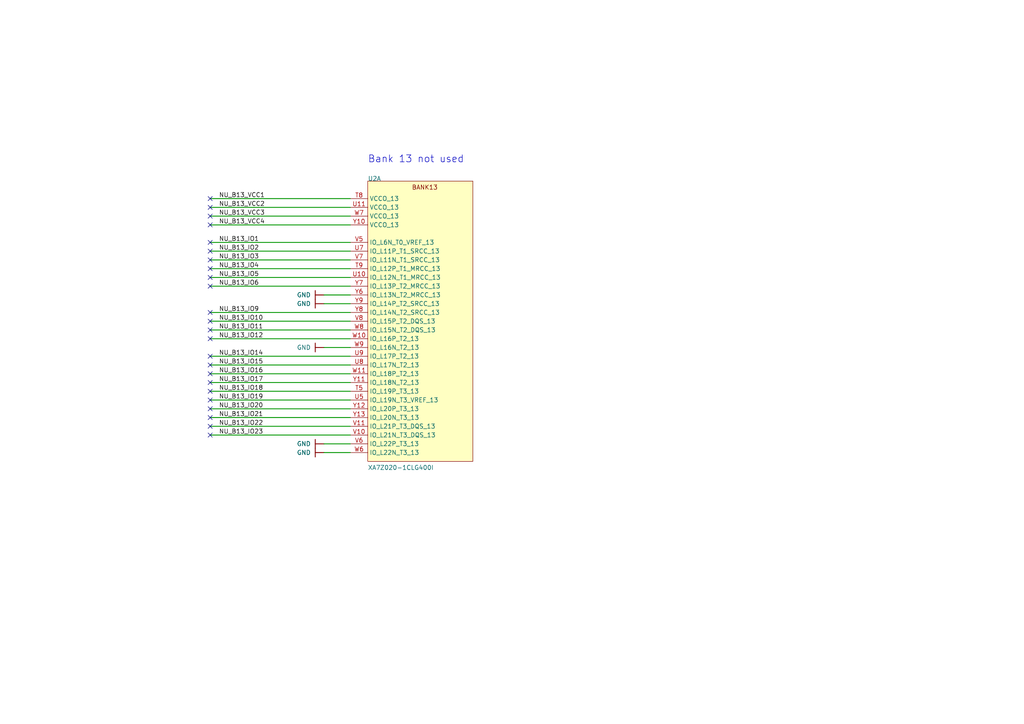
<source format=kicad_sch>
(kicad_sch (version 20230121) (generator eeschema)
  (paper "A4")
  (title_block (title "ZoM Mod A - FPGA Bank 13") (date "12/16/2014") (rev "01"))
  (lib_symbols
    (symbol "TE0719-altium-import:B13_0_XC7Z020-2CLG400C"
      (symbol "B13_0_XC7Z020-2CLG400C_1_0"
        (rectangle (start 30.48 0) (end 0 -81.28) (fill (type background)))
        (text "BANK13" (at 20.32 -2.54 0) (effects (font (size 1.27 1.27)) (justify right bottom)))
        (pin bidirectional line (at -5.08 -60.96 0) (length 5.08) (name "IO_L19P_T3_13") (number "T5"))
        (pin power_in line (at -5.08 -5.08 0) (length 5.08) (name "VCCO_13") (number "T8"))
        (pin bidirectional line (at -5.08 -25.4 0) (length 5.08) (name "IO_L12P_T1_MRCC_13") (number "T9"))
        (pin bidirectional line (at -5.08 -27.94 0) (length 5.08) (name "IO_L12N_T1_MRCC_13") (number "U10"))
        (pin power_in line (at -5.08 -7.62 0) (length 5.08) (name "VCCO_13") (number "U11"))
        (pin bidirectional line (at -5.08 -63.5 0) (length 5.08) (name "IO_L19N_T3_VREF_13") (number "U5"))
        (pin bidirectional line (at -5.08 -20.32 0) (length 5.08) (name "IO_L11P_T1_SRCC_13") (number "U7"))
        (pin bidirectional line (at -5.08 -53.34 0) (length 5.08) (name "IO_L17N_T2_13") (number "U8"))
        (pin bidirectional line (at -5.08 -50.8 0) (length 5.08) (name "IO_L17P_T2_13") (number "U9"))
        (pin bidirectional line (at -5.08 -73.66 0) (length 5.08) (name "IO_L21N_T3_DQS_13") (number "V10"))
        (pin bidirectional line (at -5.08 -71.12 0) (length 5.08) (name "IO_L21P_T3_DQS_13") (number "V11"))
        (pin bidirectional line (at -5.08 -17.78 0) (length 5.08) (name "IO_L6N_T0_VREF_13") (number "V5"))
        (pin bidirectional line (at -5.08 -76.2 0) (length 5.08) (name "IO_L22P_T3_13") (number "V6"))
        (pin bidirectional line (at -5.08 -22.86 0) (length 5.08) (name "IO_L11N_T1_SRCC_13") (number "V7"))
        (pin bidirectional line (at -5.08 -40.64 0) (length 5.08) (name "IO_L15P_T2_DQS_13") (number "V8"))
        (pin bidirectional line (at -5.08 -45.72 0) (length 5.08) (name "IO_L16P_T2_13") (number "W10"))
        (pin bidirectional line (at -5.08 -55.88 0) (length 5.08) (name "IO_L18P_T2_13") (number "W11"))
        (pin bidirectional line (at -5.08 -78.74 0) (length 5.08) (name "IO_L22N_T3_13") (number "W6"))
        (pin power_in line (at -5.08 -10.16 0) (length 5.08) (name "VCCO_13") (number "W7"))
        (pin bidirectional line (at -5.08 -43.18 0) (length 5.08) (name "IO_L15N_T2_DQS_13") (number "W8"))
        (pin bidirectional line (at -5.08 -48.26 0) (length 5.08) (name "IO_L16N_T2_13") (number "W9"))
        (pin power_in line (at -5.08 -12.7 0) (length 5.08) (name "VCCO_13") (number "Y10"))
        (pin bidirectional line (at -5.08 -58.42 0) (length 5.08) (name "IO_L18N_T2_13") (number "Y11"))
        (pin bidirectional line (at -5.08 -66.04 0) (length 5.08) (name "IO_L20P_T3_13") (number "Y12"))
        (pin bidirectional line (at -5.08 -68.58 0) (length 5.08) (name "IO_L20N_T3_13") (number "Y13"))
        (pin bidirectional line (at -5.08 -33.02 0) (length 5.08) (name "IO_L13N_T2_MRCC_13") (number "Y6"))
        (pin bidirectional line (at -5.08 -30.48 0) (length 5.08) (name "IO_L13P_T2_MRCC_13") (number "Y7"))
        (pin bidirectional line (at -5.08 -38.1 0) (length 5.08) (name "IO_L14N_T2_SRCC_13") (number "Y8"))
        (pin bidirectional line (at -5.08 -35.56 0) (length 5.08) (name "IO_L14P_T2_SRCC_13") (number "Y9"))
      )
      (symbol "B13_0_XC7Z020-2CLG400C_2_0"
        (rectangle (start 58.42 0) (end 0 -81.28) (fill (type background)))
        (text "BANK34" (at 33.02 -2.54 0) (effects (font (size 1.27 1.27)) (justify right bottom)))
        (pin bidirectional line (at 63.5 -71.12 180) (length 5.08) (name "IO_L23P_T3_34") (number "N17"))
        (pin bidirectional line (at 63.5 -20.32 180) (length 5.08) (name "IO_L13P_T2_MRCC_34") (number "N18"))
        (pin power_in line (at -5.08 -5.08 0) (length 5.08) (name "VCCO_34") (number "N19"))
        (pin bidirectional line (at 63.5 -25.4 180) (length 5.08) (name "IO_L14P_T2_SRCC_34") (number "N20"))
        (pin bidirectional line (at -5.08 -60.96 0) (length 5.08) (name "IO_L6P_T0_34") (number "P14"))
        (pin bidirectional line (at 63.5 -76.2 180) (length 5.08) (name "IO_L24P_T3_34") (number "P15"))
        (pin bidirectional line (at 63.5 -78.74 180) (length 5.08) (name "IO_L24N_T3_34") (number "P16"))
        (pin bidirectional line (at 63.5 -73.66 180) (length 5.08) (name "IO_L23N_T3_34") (number "P18"))
        (pin bidirectional line (at 63.5 -22.86 180) (length 5.08) (name "IO_L13N_T2_MRCC_34") (number "P19"))
        (pin bidirectional line (at 63.5 -27.94 180) (length 5.08) (name "IO_L14N_T2_SRCC_34") (number "P20"))
        (pin bidirectional line (at -5.08 -63.5 0) (length 5.08) (name "IO_L6N_T0_VREF_34") (number "R14"))
        (pin power_in line (at -5.08 -7.62 0) (length 5.08) (name "VCCO_34") (number "R15"))
        (pin bidirectional line (at 63.5 -50.8 180) (length 5.08) (name "IO_L19P_T3_34") (number "R16"))
        (pin bidirectional line (at 63.5 -53.34 180) (length 5.08) (name "IO_L19N_T3_VREF_34") (number "R17"))
        (pin bidirectional line (at 63.5 -58.42 180) (length 5.08) (name "IO_L20N_T3_34") (number "R18"))
        (pin bidirectional line (at -5.08 -25.4 0) (length 5.08) (name "IO_0_34") (number "R19"))
        (pin bidirectional line (at -5.08 -38.1 0) (length 5.08) (name "IO_L1N_T0_34") (number "T10"))
        (pin bidirectional line (at -5.08 -35.56 0) (length 5.08) (name "IO_L1P_T0_34") (number "T11"))
        (pin bidirectional line (at -5.08 -40.64 0) (length 5.08) (name "IO_L2P_T0_34") (number "T12"))
        (pin bidirectional line (at -5.08 -55.88 0) (length 5.08) (name "IO_L5P_T0_34") (number "T14"))
        (pin bidirectional line (at -5.08 -58.42 0) (length 5.08) (name "IO_L5N_T0_34") (number "T15"))
        (pin bidirectional line (at -5.08 -76.2 0) (length 5.08) (name "IO_L9P_T1_DQS_34") (number "T16"))
        (pin bidirectional line (at 63.5 -55.88 180) (length 5.08) (name "IO_L20P_T3_34") (number "T17"))
        (pin power_in line (at -5.08 -10.16 0) (length 5.08) (name "VCCO_34") (number "T18"))
        (pin bidirectional line (at -5.08 -30.48 0) (length 5.08) (name "IO_25_34") (number "T19"))
        (pin bidirectional line (at 63.5 -30.48 180) (length 5.08) (name "IO_L15P_T2_DQS_34") (number "T20"))
        (pin bidirectional line (at -5.08 -43.18 0) (length 5.08) (name "IO_L2N_T0_34") (number "U12"))
        (pin bidirectional line (at -5.08 -45.72 0) (length 5.08) (name "IO_L3P_T0_DQS_PUDC_B_34") (number "U13"))
        (pin bidirectional line (at 63.5 -10.16 180) (length 5.08) (name "IO_L11P_T1_SRCC_34") (number "U14"))
        (pin bidirectional line (at 63.5 -12.7 180) (length 5.08) (name "IO_L11N_T1_SRCC_34") (number "U15"))
        (pin bidirectional line (at -5.08 -78.74 0) (length 5.08) (name "IO_L9N_T1_DQS_34") (number "U17"))
        (pin bidirectional line (at 63.5 -15.24 180) (length 5.08) (name "IO_L12P_T1_MRCC_34") (number "U18"))
        (pin bidirectional line (at 63.5 -17.78 180) (length 5.08) (name "IO_L12N_T1_MRCC_34") (number "U19"))
        (pin bidirectional line (at 63.5 -33.02 180) (length 5.08) (name "IO_L15N_T2_DQS_34") (number "U20"))
        (pin bidirectional line (at -5.08 -50.8 0) (length 5.08) (name "IO_L4P_T0_34") (number "V12"))
        (pin bidirectional line (at -5.08 -48.26 0) (length 5.08) (name "IO_L3N_T0_DQS_34") (number "V13"))
        (pin power_in line (at -5.08 -12.7 0) (length 5.08) (name "VCCO_34") (number "V14"))
        (pin bidirectional line (at 63.5 -5.08 180) (length 5.08) (name "IO_L10P_T1_34") (number "V15"))
        (pin bidirectional line (at 63.5 -45.72 180) (length 5.08) (name "IO_L18P_T2_34") (number "V16"))
        (pin bidirectional line (at 63.5 -60.96 180) (length 5.08) (name "IO_L21P_T3_DQS_34") (number "V17"))
        (pin bidirectional line (at 63.5 -63.5 180) (length 5.08) (name "IO_L21N_T3_DQS_34") (number "V18"))
        (pin bidirectional line (at 63.5 -35.56 180) (length 5.08) (name "IO_L16P_T2_34") (number "V20"))
        (pin bidirectional line (at -5.08 -53.34 0) (length 5.08) (name "IO_L4N_T0_34") (number "W13"))
        (pin bidirectional line (at -5.08 -71.12 0) (length 5.08) (name "IO_L8P_T1_34") (number "W14"))
        (pin bidirectional line (at 63.5 -7.62 180) (length 5.08) (name "IO_L10N_T1_34") (number "W15"))
        (pin bidirectional line (at 63.5 -48.26 180) (length 5.08) (name "IO_L18N_T2_34") (number "W16"))
        (pin power_in line (at -5.08 -15.24 0) (length 5.08) (name "VCCO_34") (number "W17"))
        (pin bidirectional line (at 63.5 -66.04 180) (length 5.08) (name "IO_L22P_T3_34") (number "W18"))
        (pin bidirectional line (at 63.5 -68.58 180) (length 5.08) (name "IO_L22N_T3_34") (number "W19"))
        (pin bidirectional line (at 63.5 -38.1 180) (length 5.08) (name "IO_L16N_T2_34") (number "W20"))
        (pin bidirectional line (at -5.08 -73.66 0) (length 5.08) (name "IO_L8N_T1_34") (number "Y14"))
        (pin bidirectional line (at -5.08 -66.04 0) (length 5.08) (name "IO_L7P_T1_34") (number "Y16"))
        (pin bidirectional line (at -5.08 -68.58 0) (length 5.08) (name "IO_L7N_T1_34") (number "Y17"))
        (pin bidirectional line (at 63.5 -40.64 180) (length 5.08) (name "IO_L17P_T2_34") (number "Y18"))
        (pin bidirectional line (at 63.5 -43.18 180) (length 5.08) (name "IO_L17N_T2_34") (number "Y19"))
        (pin power_in line (at -5.08 -17.78 0) (length 5.08) (name "VCCO_34") (number "Y20"))
      )
      (symbol "B13_0_XC7Z020-2CLG400C_3_0"
        (rectangle (start 58.42 0) (end 0 -81.28) (fill (type background)))
        (text "BANK35" (at 33.02 -2.54 0) (effects (font (size 1.27 1.27)) (justify right bottom)))
        (pin bidirectional line (at -5.08 -43.18 0) (length 5.08) (name "IO_L2N_T0_AD8N_35") (number "A20"))
        (pin bidirectional line (at -5.08 -40.64 0) (length 5.08) (name "IO_L2P_T0_AD8P_35") (number "B19"))
        (pin bidirectional line (at -5.08 -38.1 0) (length 5.08) (name "IO_L1N_T0_AD0N_35") (number "B20"))
        (pin power_in line (at -5.08 -5.08 0) (length 5.08) (name "VCCO_35") (number "C19"))
        (pin bidirectional line (at -5.08 -35.56 0) (length 5.08) (name "IO_L1P_T0_AD0P_35") (number "C20"))
        (pin bidirectional line (at -5.08 -48.26 0) (length 5.08) (name "IO_L3N_T0_DQS_AD1N_35") (number "D18"))
        (pin bidirectional line (at -5.08 -50.8 0) (length 5.08) (name "IO_L4P_T0_35") (number "D19"))
        (pin bidirectional line (at -5.08 -53.34 0) (length 5.08) (name "IO_L4N_T0_35") (number "D20"))
        (pin bidirectional line (at -5.08 -45.72 0) (length 5.08) (name "IO_L3P_T0_DQS_AD1P_35") (number "E17"))
        (pin bidirectional line (at -5.08 -55.88 0) (length 5.08) (name "IO_L5P_T0_AD9P_35") (number "E18"))
        (pin bidirectional line (at -5.08 -58.42 0) (length 5.08) (name "IO_L5N_T0_AD9N_35") (number "E19"))
        (pin bidirectional line (at -5.08 -60.96 0) (length 5.08) (name "IO_L6P_T0_35") (number "F16"))
        (pin bidirectional line (at -5.08 -63.5 0) (length 5.08) (name "IO_L6N_T0_VREF_35") (number "F17"))
        (pin power_in line (at -5.08 -7.62 0) (length 5.08) (name "VCCO_35") (number "F18"))
        (pin bidirectional line (at 63.5 -30.48 180) (length 5.08) (name "IO_L15P_T2_DQS_AD12P_35") (number "F19"))
        (pin bidirectional line (at 63.5 -33.02 180) (length 5.08) (name "IO_L15N_T2_DQS_AD12N_35") (number "F20"))
        (pin bidirectional line (at -5.08 -25.4 0) (length 5.08) (name "IO_0_35") (number "G14"))
        (pin bidirectional line (at 63.5 -53.34 180) (length 5.08) (name "IO_L19N_T3_VREF_35") (number "G15"))
        (pin bidirectional line (at 63.5 -35.56 180) (length 5.08) (name "IO_L16P_T2_35") (number "G17"))
        (pin bidirectional line (at 63.5 -38.1 180) (length 5.08) (name "IO_L16N_T2_35") (number "G18"))
        (pin bidirectional line (at 63.5 -45.72 180) (length 5.08) (name "IO_L18P_T2_AD13P_35") (number "G19"))
        (pin bidirectional line (at 63.5 -48.26 180) (length 5.08) (name "IO_L18N_T2_AD13N_35") (number "G20"))
        (pin power_in line (at -5.08 -10.16 0) (length 5.08) (name "VCCO_35") (number "H14"))
        (pin bidirectional line (at 63.5 -50.8 180) (length 5.08) (name "IO_L19P_T3_35") (number "H15"))
        (pin bidirectional line (at 63.5 -20.32 180) (length 5.08) (name "IO_L13P_T2_MRCC_35") (number "H16"))
        (pin bidirectional line (at 63.5 -22.86 180) (length 5.08) (name "IO_L13N_T2_MRCC_35") (number "H17"))
        (pin bidirectional line (at 63.5 -27.94 180) (length 5.08) (name "IO_L14N_T2_AD4N_SRCC_35") (number "H18"))
        (pin bidirectional line (at 63.5 -43.18 180) (length 5.08) (name "IO_L17N_T2_AD5N_35") (number "H20"))
        (pin bidirectional line (at 63.5 -58.42 180) (length 5.08) (name "IO_L20N_T3_AD6N_35") (number "J14"))
        (pin bidirectional line (at -5.08 -30.48 0) (length 5.08) (name "IO_25_35") (number "J15"))
        (pin bidirectional line (at 63.5 -78.74 180) (length 5.08) (name "IO_L24N_T3_AD15N_35") (number "J16"))
        (pin power_in line (at -5.08 -12.7 0) (length 5.08) (name "VCCO_35") (number "J17"))
        (pin bidirectional line (at 63.5 -25.4 180) (length 5.08) (name "IO_L14P_T2_AD4P_SRCC_35") (number "J18"))
        (pin bidirectional line (at 63.5 -7.62 180) (length 5.08) (name "IO_L10N_T1_AD11N_35") (number "J19"))
        (pin bidirectional line (at 63.5 -40.64 180) (length 5.08) (name "IO_L17P_T2_AD5P_35") (number "J20"))
        (pin bidirectional line (at 63.5 -55.88 180) (length 5.08) (name "IO_L20P_T3_AD6P_35") (number "K14"))
        (pin bidirectional line (at 63.5 -76.2 180) (length 5.08) (name "IO_L24P_T3_AD15P_35") (number "K16"))
        (pin bidirectional line (at 63.5 -15.24 180) (length 5.08) (name "IO_L12P_T1_MRCC_35") (number "K17"))
        (pin bidirectional line (at 63.5 -17.78 180) (length 5.08) (name "IO_L12N_T1_MRCC_35") (number "K18"))
        (pin bidirectional line (at 63.5 -5.08 180) (length 5.08) (name "IO_L10P_T1_AD11P_35") (number "K19"))
        (pin power_in line (at -5.08 -15.24 0) (length 5.08) (name "VCCO_35") (number "K20"))
        (pin bidirectional line (at 63.5 -66.04 180) (length 5.08) (name "IO_L22P_T3_AD7P_35") (number "L14"))
        (pin bidirectional line (at 63.5 -68.58 180) (length 5.08) (name "IO_L22N_T3_AD7N_35") (number "L15"))
        (pin bidirectional line (at 63.5 -10.16 180) (length 5.08) (name "IO_L11P_T1_SRCC_35") (number "L16"))
        (pin bidirectional line (at 63.5 -12.7 180) (length 5.08) (name "IO_L11N_T1_SRCC_35") (number "L17"))
        (pin bidirectional line (at -5.08 -76.2 0) (length 5.08) (name "IO_L9P_T1_DQS_AD3P_35") (number "L19"))
        (pin bidirectional line (at -5.08 -78.74 0) (length 5.08) (name "IO_L9N_T1_DQS_AD3N_35") (number "L20"))
        (pin bidirectional line (at 63.5 -71.12 180) (length 5.08) (name "IO_L23P_T3_35") (number "M14"))
        (pin bidirectional line (at 63.5 -73.66 180) (length 5.08) (name "IO_L23N_T3_35") (number "M15"))
        (pin power_in line (at -5.08 -17.78 0) (length 5.08) (name "VCCO_35") (number "M16"))
        (pin bidirectional line (at -5.08 -71.12 0) (length 5.08) (name "IO_L8P_T1_AD10P_35") (number "M17"))
        (pin bidirectional line (at -5.08 -73.66 0) (length 5.08) (name "IO_L8N_T1_AD10N_35") (number "M18"))
        (pin bidirectional line (at -5.08 -66.04 0) (length 5.08) (name "IO_L7P_T1_AD2P_35") (number "M19"))
        (pin bidirectional line (at -5.08 -68.58 0) (length 5.08) (name "IO_L7N_T1_AD2N_35") (number "M20"))
        (pin bidirectional line (at 63.5 -60.96 180) (length 5.08) (name "IO_L21P_T3_DQS_AD14P_35") (number "N15"))
        (pin bidirectional line (at 63.5 -63.5 180) (length 5.08) (name "IO_L21N_T3_DQS_AD14N_35") (number "N16"))
      )
      (symbol "B13_0_XC7Z020-2CLG400C_4_0"
        (rectangle (start 45.72 0) (end 0 -35.56) (fill (type background)))
        (text "BANK500" (at 27.94 -2.54 0) (effects (font (size 1.27 1.27)) (justify right bottom)))
        (pin bidirectional line (at 50.8 -10.16 180) (length 5.08) (name "PS_MIO6_500") (number "A5"))
        (pin bidirectional line (at 50.8 -7.62 180) (length 5.08) (name "PS_MIO5_500") (number "A6"))
        (pin bidirectional line (at -5.08 -27.94 0) (length 5.08) (name "PS_MIO1_500") (number "A7"))
        (pin bidirectional line (at 50.8 -17.78 180) (length 5.08) (name "PS_MIO9_500") (number "B5"))
        (pin power_in line (at -5.08 -5.08 0) (length 5.08) (name "VCCO_MIO0_500") (number "B6"))
        (pin bidirectional line (at 50.8 -5.08 180) (length 5.08) (name "PS_MIO4_500") (number "B7"))
        (pin bidirectional line (at -5.08 -30.48 0) (length 5.08) (name "PS_MIO2_500") (number "B8"))
        (pin bidirectional line (at 50.8 -30.48 180) (length 5.08) (name "PS_MIO14_500") (number "C5"))
        (pin bidirectional line (at 50.8 -22.86 180) (length 5.08) (name "PS_MIO11_500") (number "C6"))
        (pin input line (at -5.08 -17.78 0) (length 5.08) (name "PS_POR_B_500") (number "C7"))
        (pin bidirectional line (at 50.8 -33.02 180) (length 5.08) (name "PS_MIO15_500") (number "C8"))
        (pin bidirectional line (at 50.8 -15.24 180) (length 5.08) (name "PS_MIO8_500") (number "D5"))
        (pin bidirectional line (at -5.08 -33.02 0) (length 5.08) (name "PS_MIO3_500") (number "D6"))
        (pin power_in line (at -5.08 -7.62 0) (length 5.08) (name "VCCO_MIO0_500") (number "D7"))
        (pin bidirectional line (at 50.8 -12.7 180) (length 5.08) (name "PS_MIO7_500") (number "D8"))
        (pin bidirectional line (at 50.8 -25.4 180) (length 5.08) (name "PS_MIO12_500") (number "D9"))
        (pin bidirectional line (at -5.08 -25.4 0) (length 5.08) (name "PS_MIO0_500") (number "E6"))
        (pin input line (at -5.08 -12.7 0) (length 5.08) (name "PS_CLK_500") (number "E7"))
        (pin bidirectional line (at 50.8 -27.94 180) (length 5.08) (name "PS_MIO13_500") (number "E8"))
        (pin bidirectional line (at 50.8 -20.32 180) (length 5.08) (name "PS_MIO10_500") (number "E9"))
      )
      (symbol "B13_0_XC7Z020-2CLG400C_5_0"
        (rectangle (start 50.8 0) (end 0 -66.04) (fill (type background)))
        (text "BANK501" (at 30.48 -2.54 0) (effects (font (size 1.27 1.27)) (justify right bottom)))
        (pin bidirectional line (at 55.88 -22.86 180) (length 5.08) (name "PS_MIO37_501") (number "A10"))
        (pin bidirectional line (at 55.88 -20.32 180) (length 5.08) (name "PS_MIO36_501") (number "A11"))
        (pin bidirectional line (at 55.88 -15.24 180) (length 5.08) (name "PS_MIO34_501") (number "A12"))
        (pin power_in line (at -5.08 -5.08 0) (length 5.08) (name "VCCO_MIO1_501") (number "A13"))
        (pin bidirectional line (at 55.88 -10.16 180) (length 5.08) (name "PS_MIO32_501") (number "A14"))
        (pin bidirectional line (at -5.08 -55.88 0) (length 5.08) (name "PS_MIO26_501") (number "A15"))
        (pin bidirectional line (at -5.08 -50.8 0) (length 5.08) (name "PS_MIO24_501") (number "A16"))
        (pin bidirectional line (at -5.08 -40.64 0) (length 5.08) (name "PS_MIO20_501") (number "A17"))
        (pin bidirectional line (at -5.08 -30.48 0) (length 5.08) (name "PS_MIO16_501") (number "A19"))
        (pin bidirectional line (at 55.88 -38.1 180) (length 5.08) (name "PS_MIO43_501") (number "A9"))
        (pin passive line (at -5.08 -22.86 0) (length 5.08) (name "PS_SRST_B_501") (number "B10"))
        (pin bidirectional line (at 55.88 -50.8 180) (length 5.08) (name "PS_MIO48_501") (number "B12"))
        (pin bidirectional line (at 55.88 -55.88 180) (length 5.08) (name "PS_MIO50_501") (number "B13"))
        (pin bidirectional line (at 55.88 -48.26 180) (length 5.08) (name "PS_MIO47_501") (number "B14"))
        (pin bidirectional line (at 55.88 -43.18 180) (length 5.08) (name "PS_MIO45_501") (number "B15"))
        (pin power_in line (at -5.08 -7.62 0) (length 5.08) (name "VCCO_MIO1_501") (number "B16"))
        (pin bidirectional line (at -5.08 -45.72 0) (length 5.08) (name "PS_MIO22_501") (number "B17"))
        (pin bidirectional line (at -5.08 -35.56 0) (length 5.08) (name "PS_MIO18_501") (number "B18"))
        (pin bidirectional line (at 55.88 -58.42 180) (length 5.08) (name "PS_MIO51_501") (number "B9"))
        (pin bidirectional line (at 55.88 -60.96 180) (length 5.08) (name "PS_MIO52_501") (number "C10"))
        (pin bidirectional line (at 55.88 -63.5 180) (length 5.08) (name "PS_MIO53_501") (number "C11"))
        (pin bidirectional line (at 55.88 -53.34 180) (length 5.08) (name "PS_MIO49_501") (number "C12"))
        (pin bidirectional line (at -5.08 -63.5 0) (length 5.08) (name "PS_MIO29_501") (number "C13"))
        (pin bidirectional line (at 55.88 -5.08 180) (length 5.08) (name "PS_MIO30_501") (number "C15"))
        (pin bidirectional line (at -5.08 -60.96 0) (length 5.08) (name "PS_MIO28_501") (number "C16"))
        (pin bidirectional line (at 55.88 -33.02 180) (length 5.08) (name "PS_MIO41_501") (number "C17"))
        (pin bidirectional line (at 55.88 -27.94 180) (length 5.08) (name "PS_MIO39_501") (number "C18"))
        (pin bidirectional line (at -5.08 -38.1 0) (length 5.08) (name "PS_MIO19_501") (number "D10"))
        (pin bidirectional line (at -5.08 -48.26 0) (length 5.08) (name "PS_MIO23_501") (number "D11"))
        (pin power_in line (at -5.08 -10.16 0) (length 5.08) (name "VCCO_MIO1_501") (number "D12"))
        (pin bidirectional line (at -5.08 -58.42 0) (length 5.08) (name "PS_MIO27_501") (number "D13"))
        (pin bidirectional line (at 55.88 -30.48 180) (length 5.08) (name "PS_MIO40_501") (number "D14"))
        (pin bidirectional line (at 55.88 -12.7 180) (length 5.08) (name "PS_MIO33_501") (number "D15"))
        (pin bidirectional line (at 55.88 -45.72 180) (length 5.08) (name "PS_MIO46_501") (number "D16"))
        (pin bidirectional line (at -5.08 -17.78 0) (length 5.08) (name "PS_MIO_VREF_501") (number "E11"))
        (pin bidirectional line (at 55.88 -35.56 180) (length 5.08) (name "PS_MIO42_501") (number "E12"))
        (pin bidirectional line (at 55.88 -25.4 180) (length 5.08) (name "PS_MIO38_501") (number "E13"))
        (pin bidirectional line (at -5.08 -33.02 0) (length 5.08) (name "PS_MIO17_501") (number "E14"))
        (pin power_in line (at -5.08 -12.7 0) (length 5.08) (name "VCCO_MIO1_501") (number "E15"))
        (pin bidirectional line (at 55.88 -7.62 180) (length 5.08) (name "PS_MIO31_501") (number "E16"))
        (pin bidirectional line (at 55.88 -17.78 180) (length 5.08) (name "PS_MIO35_501") (number "F12"))
        (pin bidirectional line (at 55.88 -40.64 180) (length 5.08) (name "PS_MIO44_501") (number "F13"))
        (pin bidirectional line (at -5.08 -43.18 0) (length 5.08) (name "PS_MIO21_501") (number "F14"))
        (pin bidirectional line (at -5.08 -53.34 0) (length 5.08) (name "PS_MIO25_501") (number "F15"))
      )
      (symbol "B13_0_XC7Z020-2CLG400C_6_0"
        (rectangle (start 50.8 0) (end 0 -149.86) (fill (type background)))
        (text "BANK502" (at 33.02 -2.54 0) (effects (font (size 1.27 1.27)) (justify right bottom)))
        (pin output line (at 55.88 -55.88 180) (length 5.08) (name "PS_DDR_DM0_502") (number "A1"))
        (pin bidirectional line (at -5.08 -43.18 0) (length 5.08) (name "PS_DDR_DQ2_502") (number "A2"))
        (pin power_in line (at -5.08 -2.54 0) (length 5.08) (name "VCCO_DDR_502") (number "A3"))
        (pin bidirectional line (at -5.08 -45.72 0) (length 5.08) (name "PS_DDR_DQ3_502") (number "A4"))
        (pin bidirectional line (at -5.08 -124.46 0) (length 5.08) (name "PS_DDR_DQS_N0_502") (number "B2"))
        (pin bidirectional line (at -5.08 -40.64 0) (length 5.08) (name "PS_DDR_DQ1_502") (number "B3"))
        (pin output line (at 55.88 -116.84 180) (length 5.08) (name "PS_DDR_DRST_B_502") (number "B4"))
        (pin bidirectional line (at -5.08 -53.34 0) (length 5.08) (name "PS_DDR_DQ6_502") (number "C1"))
        (pin bidirectional line (at -5.08 -121.92 0) (length 5.08) (name "PS_DDR_DQS_P0_502") (number "C2"))
        (pin bidirectional line (at -5.08 -38.1 0) (length 5.08) (name "PS_DDR_DQ0_502") (number "C3"))
        (pin bidirectional line (at -5.08 -50.8 0) (length 5.08) (name "PS_DDR_DQ5_502") (number "D1"))
        (pin power_in line (at -5.08 -5.08 0) (length 5.08) (name "VCCO_DDR_502") (number "D2"))
        (pin bidirectional line (at -5.08 -48.26 0) (length 5.08) (name "PS_DDR_DQ4_502") (number "D3"))
        (pin output line (at 55.88 -38.1 180) (length 5.08) (name "PS_DDR_A13_502") (number "D4"))
        (pin bidirectional line (at -5.08 -55.88 0) (length 5.08) (name "PS_DDR_DQ7_502") (number "E1"))
        (pin bidirectional line (at -5.08 -58.42 0) (length 5.08) (name "PS_DDR_DQ8_502") (number "E2"))
        (pin bidirectional line (at -5.08 -60.96 0) (length 5.08) (name "PS_DDR_DQ9_502") (number "E3"))
        (pin output line (at 55.88 -35.56 180) (length 5.08) (name "PS_DDR_A12_502") (number "E4"))
        (pin power_in line (at -5.08 -7.62 0) (length 5.08) (name "VCCO_DDR_502") (number "E5"))
        (pin output line (at 55.88 -58.42 180) (length 5.08) (name "PS_DDR_DM1_502") (number "F1"))
        (pin bidirectional line (at -5.08 -132.08 0) (length 5.08) (name "PS_DDR_DQS_N1_502") (number "F2"))
        (pin output line (at 55.88 -40.64 180) (length 5.08) (name "PS_DDR_A14_502") (number "F4"))
        (pin output line (at 55.88 -30.48 180) (length 5.08) (name "PS_DDR_A10_502") (number "F5"))
        (pin power_in line (at -5.08 -10.16 0) (length 5.08) (name "VCCO_DDR_502") (number "G1"))
        (pin bidirectional line (at -5.08 -129.54 0) (length 5.08) (name "PS_DDR_DQS_P1_502") (number "G2"))
        (pin bidirectional line (at -5.08 -63.5 0) (length 5.08) (name "PS_DDR_DQ10_502") (number "G3"))
        (pin output line (at 55.88 -33.02 180) (length 5.08) (name "PS_DDR_A11_502") (number "G4"))
        (pin output line (at 55.88 -78.74 180) (length 5.08) (name "PS_DDR_VRN_502") (number "G5"))
        (pin bidirectional line (at -5.08 -73.66 0) (length 5.08) (name "PS_DDR_DQ14_502") (number "H1"))
        (pin bidirectional line (at -5.08 -71.12 0) (length 5.08) (name "PS_DDR_DQ13_502") (number "H2"))
        (pin bidirectional line (at -5.08 -66.04 0) (length 5.08) (name "PS_DDR_DQ11_502") (number "H3"))
        (pin power_in line (at -5.08 -12.7 0) (length 5.08) (name "VCCO_DDR_502") (number "H4"))
        (pin output line (at 55.88 -76.2 180) (length 5.08) (name "PS_DDR_VRP_502") (number "H5"))
        (pin power_in line (at -5.08 -30.48 0) (length 5.08) (name "PS_DDR_VREF0_502") (number "H6"))
        (pin bidirectional line (at -5.08 -76.2 0) (length 5.08) (name "PS_DDR_DQ15_502") (number "J1"))
        (pin bidirectional line (at -5.08 -68.58 0) (length 5.08) (name "PS_DDR_DQ12_502") (number "J3"))
        (pin output line (at 55.88 -27.94 180) (length 5.08) (name "PS_DDR_A9_502") (number "J4"))
        (pin output line (at 55.88 -50.8 180) (length 5.08) (name "PS_DDR_BA2_502") (number "J5"))
        (pin output line (at 55.88 -25.4 180) (length 5.08) (name "PS_DDR_A8_502") (number "K1"))
        (pin output line (at 55.88 -7.62 180) (length 5.08) (name "PS_DDR_A1_502") (number "K2"))
        (pin output line (at 55.88 -12.7 180) (length 5.08) (name "PS_DDR_A3_502") (number "K3"))
        (pin output line (at 55.88 -22.86 180) (length 5.08) (name "PS_DDR_A7_502") (number "K4"))
        (pin output line (at 55.88 -17.78 180) (length 5.08) (name "PS_DDR_A5_502") (number "L1"))
        (pin output line (at 55.88 -68.58 180) (length 5.08) (name "PS_DDR_CKP_502") (number "L2"))
        (pin power_in line (at -5.08 -15.24 0) (length 5.08) (name "VCCO_DDR_502") (number "L3"))
        (pin output line (at 55.88 -20.32 180) (length 5.08) (name "PS_DDR_A6_502") (number "L4"))
        (pin output line (at 55.88 -45.72 180) (length 5.08) (name "PS_DDR_BA0_502") (number "L5"))
        (pin output line (at 55.88 -71.12 180) (length 5.08) (name "PS_DDR_CKN_502") (number "M2"))
        (pin output line (at 55.88 -10.16 180) (length 5.08) (name "PS_DDR_A2_502") (number "M3"))
        (pin output line (at 55.88 -15.24 180) (length 5.08) (name "PS_DDR_A4_502") (number "M4"))
        (pin output line (at 55.88 -101.6 180) (length 5.08) (name "PS_DDR_WE_B_502") (number "M5"))
        (pin output line (at 55.88 -91.44 180) (length 5.08) (name "PS_DDR_CS_B_502") (number "N1"))
        (pin output line (at 55.88 -5.08 180) (length 5.08) (name "PS_DDR_A0_502") (number "N2"))
        (pin output line (at 55.88 -96.52 180) (length 5.08) (name "PS_DDR_CKE_502") (number "N3"))
        (pin output line (at 55.88 -86.36 180) (length 5.08) (name "PS_DDR_ODT_502") (number "N5"))
        (pin bidirectional line (at -5.08 -78.74 0) (length 5.08) (name "PS_DDR_DQ16_502") (number "P1"))
        (pin power_in line (at -5.08 -17.78 0) (length 5.08) (name "VCCO_DDR_502") (number "P2"))
        (pin bidirectional line (at -5.08 -81.28 0) (length 5.08) (name "PS_DDR_DQ17_502") (number "P3"))
        (pin output line (at 55.88 -111.76 180) (length 5.08) (name "PS_DDR_RAS_B_502") (number "P4"))
        (pin output line (at 55.88 -106.68 180) (length 5.08) (name "PS_DDR_CAS_B_502") (number "P5"))
        (pin power_in line (at -5.08 -33.02 0) (length 5.08) (name "PS_DDR_VREF1_502") (number "P6"))
        (pin bidirectional line (at -5.08 -86.36 0) (length 5.08) (name "PS_DDR_DQ19_502") (number "R1"))
        (pin bidirectional line (at -5.08 -137.16 0) (length 5.08) (name "PS_DDR_DQS_P2_502") (number "R2"))
        (pin bidirectional line (at -5.08 -83.82 0) (length 5.08) (name "PS_DDR_DQ18_502") (number "R3"))
        (pin output line (at 55.88 -48.26 180) (length 5.08) (name "PS_DDR_BA1_502") (number "R4"))
        (pin power_in line (at -5.08 -20.32 0) (length 5.08) (name "VCCO_DDR_502") (number "R5"))
        (pin output line (at 55.88 -60.96 180) (length 5.08) (name "PS_DDR_DM2_502") (number "T1"))
        (pin bidirectional line (at -5.08 -139.7 0) (length 5.08) (name "PS_DDR_DQS_N2_502") (number "T2"))
        (pin bidirectional line (at -5.08 -88.9 0) (length 5.08) (name "PS_DDR_DQ20_502") (number "T4"))
        (pin power_in line (at -5.08 -22.86 0) (length 5.08) (name "VCCO_DDR_502") (number "U1"))
        (pin bidirectional line (at -5.08 -93.98 0) (length 5.08) (name "PS_DDR_DQ22_502") (number "U2"))
        (pin bidirectional line (at -5.08 -96.52 0) (length 5.08) (name "PS_DDR_DQ23_502") (number "U3"))
        (pin bidirectional line (at -5.08 -91.44 0) (length 5.08) (name "PS_DDR_DQ21_502") (number "U4"))
        (pin bidirectional line (at -5.08 -99.06 0) (length 5.08) (name "PS_DDR_DQ24_502") (number "V1"))
        (pin bidirectional line (at -5.08 -114.3 0) (length 5.08) (name "PS_DDR_DQ30_502") (number "V2"))
        (pin bidirectional line (at -5.08 -116.84 0) (length 5.08) (name "PS_DDR_DQ31_502") (number "V3"))
        (pin power_in line (at -5.08 -25.4 0) (length 5.08) (name "VCCO_DDR_502") (number "V4"))
        (pin bidirectional line (at -5.08 -104.14 0) (length 5.08) (name "PS_DDR_DQ26_502") (number "W1"))
        (pin bidirectional line (at -5.08 -111.76 0) (length 5.08) (name "PS_DDR_DQ29_502") (number "W3"))
        (pin bidirectional line (at -5.08 -147.32 0) (length 5.08) (name "PS_DDR_DQS_N3_502") (number "W4"))
        (pin bidirectional line (at -5.08 -144.78 0) (length 5.08) (name "PS_DDR_DQS_P3_502") (number "W5"))
        (pin output line (at 55.88 -63.5 180) (length 5.08) (name "PS_DDR_DM3_502") (number "Y1"))
        (pin bidirectional line (at -5.08 -109.22 0) (length 5.08) (name "PS_DDR_DQ28_502") (number "Y2"))
        (pin bidirectional line (at -5.08 -101.6 0) (length 5.08) (name "PS_DDR_DQ25_502") (number "Y3"))
        (pin bidirectional line (at -5.08 -106.68 0) (length 5.08) (name "PS_DDR_DQ27_502") (number "Y4"))
      )
      (symbol "B13_0_XC7Z020-2CLG400C_7_0"
        (rectangle (start 35.56 0) (end 0 -60.96) (fill (type background)))
        (pin power_in line (at -5.08 -22.86 0) (length 5.08) (name "RSVDGND") (number "F10"))
        (pin power_in line (at -5.08 -7.62 0) (length 5.08) (name "VCCBATT_0") (number "F11"))
        (pin output line (at -5.08 -48.26 0) (length 5.08) (name "TDO_0") (number "F6"))
        (pin input line (at -5.08 -50.8 0) (length 5.08) (name "TCK_0") (number "F9"))
        (pin input line (at -5.08 -45.72 0) (length 5.08) (name "TDI_0") (number "G6"))
        (pin power_in line (at 40.64 -30.48 180) (length 5.08) (name "GNDADC_0") (number "J10"))
        (pin input line (at -5.08 -53.34 0) (length 5.08) (name "TMS_0") (number "J6"))
        (pin power_in line (at 40.64 -2.54 180) (length 5.08) (name "VCCADC_0") (number "J9"))
        (pin bidirectional line (at 40.64 -10.16 180) (length 5.08) (name "VREFN_0") (number "K10"))
        (pin power_in line (at -5.08 -2.54 0) (length 5.08) (name "VCCO_0") (number "K6"))
        (pin input line (at 40.64 -15.24 180) (length 5.08) (name "VP_0") (number "K9"))
        (pin input line (at 40.64 -17.78 180) (length 5.08) (name "VN_0") (number "L10"))
        (pin bidirectional line (at -5.08 -35.56 0) (length 5.08) (name "PROGRAM_B_0") (number "L6"))
        (pin bidirectional line (at 40.64 -7.62 180) (length 5.08) (name "VREFP_0") (number "L9"))
        (pin input line (at 40.64 -25.4 180) (length 5.08) (name "DXN_0") (number "M10"))
        (pin input line (at -5.08 -40.64 0) (length 5.08) (name "CFGBVS_0") (number "M6"))
        (pin input line (at 40.64 -22.86 180) (length 5.08) (name "DXP_0") (number "M9"))
        (pin power_in line (at -5.08 -17.78 0) (length 5.08) (name "RSVDVCC3") (number "N6"))
        (pin input line (at -5.08 -58.42 0) (length 5.08) (name "INIT_B_0") (number "R10"))
        (pin bidirectional line (at -5.08 -30.48 0) (length 5.08) (name "DONE_0") (number "R11"))
        (pin power_in line (at -5.08 -15.24 0) (length 5.08) (name "RSVDVCC2") (number "R6"))
        (pin power_in line (at -5.08 -12.7 0) (length 5.08) (name "RSVDVCC1") (number "T6"))
      )
      (symbol "B13_0_XC7Z020-2CLG400C_8_0"
        (rectangle (start 33.02 0) (end 0 -121.92) (fill (type background)))
        (pin power_in line (at -5.08 -43.18 0) (length 5.08) (name "GND") (number "A18"))
        (pin power_in line (at -5.08 -40.64 0) (length 5.08) (name "GND") (number "A8"))
        (pin power_in line (at -5.08 -45.72 0) (length 5.08) (name "GND") (number "B1"))
        (pin power_in line (at -5.08 -48.26 0) (length 5.08) (name "GND") (number "B11"))
        (pin power_in line (at -5.08 -53.34 0) (length 5.08) (name "GND") (number "C14"))
        (pin power_in line (at -5.08 -50.8 0) (length 5.08) (name "GND") (number "C4"))
        (pin power_in line (at -5.08 -104.14 0) (length 5.08) (name "GND") (number "C9"))
        (pin power_in line (at -5.08 -58.42 0) (length 5.08) (name "GND") (number "D17"))
        (pin power_in line (at -5.08 -60.96 0) (length 5.08) (name "GND") (number "E10"))
        (pin power_in line (at -5.08 -63.5 0) (length 5.08) (name "GND") (number "E20"))
        (pin power_in line (at -5.08 -66.04 0) (length 5.08) (name "GND") (number "F3"))
        (pin power_in line (at -5.08 -68.58 0) (length 5.08) (name "GND") (number "F7"))
        (pin power_in line (at -5.08 -27.94 0) (length 5.08) (name "VCCPAUX") (number "F8"))
        (pin power_in line (at -5.08 -71.12 0) (length 5.08) (name "GND") (number "G10"))
        (pin power_in line (at 38.1 -27.94 180) (length 5.08) (name "VCCBRAM") (number "G11"))
        (pin power_in line (at -5.08 -73.66 0) (length 5.08) (name "GND") (number "G12"))
        (pin power_in line (at 38.1 -2.54 180) (length 5.08) (name "VCCINT") (number "G13"))
        (pin power_in line (at -5.08 -76.2 0) (length 5.08) (name "GND") (number "G16"))
        (pin power_in line (at 38.1 -35.56 180) (length 5.08) (name "VCCPINT") (number "G7"))
        (pin power_in line (at -5.08 -20.32 0) (length 5.08) (name "VCCPLL") (number "G8"))
        (pin power_in line (at -5.08 -25.4 0) (length 5.08) (name "VCCPAUX") (number "G9"))
        (pin power_in line (at 38.1 -30.48 180) (length 5.08) (name "VCCBRAM") (number "H10"))
        (pin power_in line (at -5.08 -83.82 0) (length 5.08) (name "GND") (number "H11"))
        (pin power_in line (at 38.1 -5.08 180) (length 5.08) (name "VCCINT") (number "H12"))
        (pin power_in line (at -5.08 -86.36 0) (length 5.08) (name "GND") (number "H13"))
        (pin power_in line (at -5.08 -88.9 0) (length 5.08) (name "GND") (number "H19"))
        (pin power_in line (at -5.08 -78.74 0) (length 5.08) (name "GND") (number "H7"))
        (pin power_in line (at -5.08 -30.48 0) (length 5.08) (name "VCCPAUX") (number "H8"))
        (pin power_in line (at -5.08 -81.28 0) (length 5.08) (name "GND") (number "H9"))
        (pin power_in line (at -5.08 -2.54 0) (length 5.08) (name "VCCAUX") (number "J11"))
        (pin power_in line (at -5.08 -96.52 0) (length 5.08) (name "GND") (number "J12"))
        (pin power_in line (at 38.1 -7.62 180) (length 5.08) (name "VCCINT") (number "J13"))
        (pin power_in line (at -5.08 -91.44 0) (length 5.08) (name "GND") (number "J2"))
        (pin power_in line (at 38.1 -38.1 180) (length 5.08) (name "VCCPINT") (number "J7"))
        (pin power_in line (at -5.08 -93.98 0) (length 5.08) (name "GND") (number "J8"))
        (pin power_in line (at -5.08 -55.88 0) (length 5.08) (name "GND") (number "K11"))
        (pin power_in line (at 38.1 -10.16 180) (length 5.08) (name "VCCINT") (number "K12"))
        (pin power_in line (at -5.08 -106.68 0) (length 5.08) (name "GND") (number "K13"))
        (pin power_in line (at -5.08 -109.22 0) (length 5.08) (name "GND") (number "K15"))
        (pin power_in line (at -5.08 -99.06 0) (length 5.08) (name "GND") (number "K5"))
        (pin power_in line (at -5.08 -101.6 0) (length 5.08) (name "GND") (number "K7"))
        (pin power_in line (at -5.08 -33.02 0) (length 5.08) (name "VCCPAUX") (number "K8"))
        (pin power_in line (at -5.08 -5.08 0) (length 5.08) (name "VCCAUX") (number "L11"))
        (pin power_in line (at -5.08 -114.3 0) (length 5.08) (name "GND") (number "L12"))
        (pin power_in line (at 38.1 -12.7 180) (length 5.08) (name "VCCINT") (number "L13"))
        (pin power_in line (at -5.08 -116.84 0) (length 5.08) (name "GND") (number "L18"))
        (pin power_in line (at 38.1 -40.64 180) (length 5.08) (name "VCCPINT") (number "L7"))
        (pin power_in line (at -5.08 -111.76 0) (length 5.08) (name "GND") (number "L8"))
        (pin power_in line (at -5.08 -119.38 0) (length 5.08) (name "GND") (number "M1"))
        (pin power_in line (at 38.1 -55.88 180) (length 5.08) (name "GND") (number "M11"))
        (pin power_in line (at 38.1 -15.24 180) (length 5.08) (name "VCCINT") (number "M12"))
        (pin power_in line (at 38.1 -58.42 180) (length 5.08) (name "GND") (number "M13"))
        (pin power_in line (at 38.1 -53.34 180) (length 5.08) (name "GND") (number "M7"))
        (pin power_in line (at -5.08 -35.56 0) (length 5.08) (name "VCCPAUX") (number "M8"))
        (pin power_in line (at 38.1 -66.04 180) (length 5.08) (name "GND") (number "N10"))
        (pin power_in line (at -5.08 -15.24 0) (length 5.08) (name "VCCAUX") (number "N11"))
        (pin power_in line (at 38.1 -68.58 180) (length 5.08) (name "GND") (number "N12"))
        (pin power_in line (at 38.1 -17.78 180) (length 5.08) (name "VCCINT") (number "N13"))
        (pin power_in line (at 38.1 -71.12 180) (length 5.08) (name "GND") (number "N14"))
        (pin power_in line (at 38.1 -60.96 180) (length 5.08) (name "GND") (number "N4"))
        (pin power_in line (at 38.1 -43.18 180) (length 5.08) (name "VCCPINT") (number "N7"))
        (pin power_in line (at 38.1 -63.5 180) (length 5.08) (name "GND") (number "N8"))
        (pin power_in line (at -5.08 -7.62 0) (length 5.08) (name "VCCAUX") (number "N9"))
        (pin power_in line (at -5.08 -10.16 0) (length 5.08) (name "VCCAUX") (number "P10"))
        (pin power_in line (at 38.1 -78.74 180) (length 5.08) (name "GND") (number "P11"))
        (pin power_in line (at 38.1 -20.32 180) (length 5.08) (name "VCCINT") (number "P12"))
        (pin power_in line (at 38.1 -81.28 180) (length 5.08) (name "GND") (number "P13"))
        (pin power_in line (at 38.1 -83.82 180) (length 5.08) (name "GND") (number "P17"))
        (pin power_in line (at 38.1 -73.66 180) (length 5.08) (name "GND") (number "P7"))
        (pin power_in line (at 38.1 -45.72 180) (length 5.08) (name "VCCPINT") (number "P8"))
        (pin power_in line (at 38.1 -76.2 180) (length 5.08) (name "GND") (number "P9"))
        (pin power_in line (at 38.1 -88.9 180) (length 5.08) (name "GND") (number "R12"))
        (pin power_in line (at 38.1 -22.86 180) (length 5.08) (name "VCCINT") (number "R13"))
        (pin power_in line (at 38.1 -91.44 180) (length 5.08) (name "GND") (number "R20"))
        (pin power_in line (at 38.1 -48.26 180) (length 5.08) (name "VCCPINT") (number "R7"))
        (pin power_in line (at 38.1 -86.36 180) (length 5.08) (name "GND") (number "R8"))
        (pin power_in line (at -5.08 -12.7 0) (length 5.08) (name "VCCAUX") (number "R9"))
        (pin power_in line (at 38.1 -99.06 180) (length 5.08) (name "GND") (number "T13"))
        (pin power_in line (at 38.1 -93.98 180) (length 5.08) (name "GND") (number "T3"))
        (pin power_in line (at 38.1 -96.52 180) (length 5.08) (name "GND") (number "T7"))
        (pin power_in line (at 38.1 -104.14 180) (length 5.08) (name "GND") (number "U16"))
        (pin power_in line (at 38.1 -101.6 180) (length 5.08) (name "GND") (number "U6"))
        (pin power_in line (at 38.1 -109.22 180) (length 5.08) (name "GND") (number "V19"))
        (pin power_in line (at 38.1 -106.68 180) (length 5.08) (name "GND") (number "V9"))
        (pin power_in line (at 38.1 -114.3 180) (length 5.08) (name "GND") (number "W12"))
        (pin power_in line (at 38.1 -111.76 180) (length 5.08) (name "GND") (number "W2"))
        (pin power_in line (at 38.1 -119.38 180) (length 5.08) (name "GND") (number "Y15"))
        (pin power_in line (at 38.1 -116.84 180) (length 5.08) (name "GND") (number "Y5"))
      )
    )
    (symbol "TE0719-altium-import:GND" (power)
      (property "Reference" "#PWR" (at 0 0 0))
      (property "Value" "GND" (at 0 3.81 0))
      (symbol "GND_0_0"
        (polyline (pts (xy -1.27 -2.54) (xy 1.27 -2.54)) (stroke (width 0.254)))
        (polyline (pts (xy 0 0) (xy 0 -2.54)) (stroke (width 0.254)))
        (pin power_in line (at 0 0 0) (length 0) hide (name "GND") (number ""))
      )
    )
  )
  (no_connect (at 60.96 121.1072))
  (no_connect (at 60.96 72.8472))
  (no_connect (at 60.96 65.2272))
  (no_connect (at 60.96 113.4872))
  (no_connect (at 60.96 108.4072))
  (no_connect (at 60.96 90.6272))
  (no_connect (at 60.96 70.3072))
  (no_connect (at 60.96 57.6072))
  (no_connect (at 60.96 83.0072))
  (no_connect (at 60.96 98.2472))
  (no_connect (at 60.96 103.3272))
  (no_connect (at 60.96 105.8672))
  (no_connect (at 60.96 93.1672))
  (no_connect (at 60.96 60.1472))
  (no_connect (at 60.96 116.0272))
  (no_connect (at 60.96 126.1872))
  (no_connect (at 60.96 75.3872))
  (no_connect (at 60.96 95.7072))
  (no_connect (at 60.96 110.9472))
  (no_connect (at 60.96 62.6872))
  (no_connect (at 60.96 118.5672))
  (no_connect (at 60.96 123.6472))
  (no_connect (at 60.96 77.9272))
  (no_connect (at 60.96 80.4672))
  (wire (pts (xy 101.6 121.1072) (xy 60.96 121.1072)) (stroke (width 0.254)))
  (wire (pts (xy 60.96 123.6472) (xy 101.6 123.6472)) (stroke (width 0.254)))
  (wire (pts (xy 101.6 93.1672) (xy 60.96 93.1672)) (stroke (width 0.254)))
  (wire (pts (xy 101.6 100.7872) (xy 93.98 100.7872)) (stroke (width 0.254)))
  (wire (pts (xy 101.6 57.6072) (xy 60.96 57.6072)) (stroke (width 0.254)))
  (wire (pts (xy 101.6 126.1872) (xy 60.96 126.1872)) (stroke (width 0.254)))
  (wire (pts (xy 101.6 105.8672) (xy 60.96 105.8672)) (stroke (width 0.254)))
  (wire (pts (xy 101.6 90.6272) (xy 60.96 90.6272)) (stroke (width 0.254)))
  (wire (pts (xy 101.6 110.9472) (xy 60.96 110.9472)) (stroke (width 0.254)))
  (wire (pts (xy 101.6 60.1472) (xy 60.96 60.1472)) (stroke (width 0.254)))
  (wire (pts (xy 101.6 75.3872) (xy 60.96 75.3872)) (stroke (width 0.254)))
  (wire (pts (xy 101.6 62.6872) (xy 60.96 62.6872)) (stroke (width 0.254)))
  (wire (pts (xy 101.6 95.7072) (xy 60.96 95.7072)) (stroke (width 0.254)))
  (wire (pts (xy 60.96 118.5672) (xy 101.6 118.5672)) (stroke (width 0.254)))
  (wire (pts (xy 93.98 128.7272) (xy 101.6 128.7272)) (stroke (width 0.254)))
  (wire (pts (xy 101.6 113.4872) (xy 60.96 113.4872)) (stroke (width 0.254)))
  (wire (pts (xy 101.6 83.0072) (xy 60.96 83.0072)) (stroke (width 0.254)))
  (wire (pts (xy 101.6 77.9272) (xy 60.96 77.9272)) (stroke (width 0.254)))
  (wire (pts (xy 101.6 103.3272) (xy 60.96 103.3272)) (stroke (width 0.254)))
  (wire (pts (xy 101.6 65.2272) (xy 60.96 65.2272)) (stroke (width 0.254)))
  (wire (pts (xy 101.6 80.4672) (xy 60.96 80.4672)) (stroke (width 0.254)))
  (wire (pts (xy 101.6 98.2472) (xy 60.96 98.2472)) (stroke (width 0.254)))
  (wire (pts (xy 101.6 70.3072) (xy 60.96 70.3072)) (stroke (width 0.254)))
  (wire (pts (xy 101.6 108.4072) (xy 60.96 108.4072)) (stroke (width 0.254)))
  (wire (pts (xy 93.98 85.5472) (xy 101.6 85.5472)) (stroke (width 0.254)))
  (wire (pts (xy 101.6 72.8472) (xy 60.96 72.8472)) (stroke (width 0.254)))
  (wire (pts (xy 93.98 131.2672) (xy 101.6 131.2672)) (stroke (width 0.254)))
  (wire (pts (xy 101.6 116.0272) (xy 60.96 116.0272)) (stroke (width 0.254)))
  (wire (pts (xy 101.6 88.0872) (xy 93.98 88.0872)) (stroke (width 0.254)))
  (text "Bank 13 not used" (at 106.68 47.4472 0) (effects (font (size 2.032 2.032)) (justify left bottom)))
  (label "NU_B13_IO17" (at 63.5 110.9472 180))
  (label "NU_B13_IO18" (at 63.5 113.4872 180))
  (label "NU_B13_IO14" (at 63.5 103.3272 180))
  (label "NU_B13_IO22" (at 63.5 123.6472 180))
  (label "NU_B13_IO15" (at 63.5 105.8672 180))
  (label "NU_B13_IO6" (at 63.5 83.0072 180))
  (label "NU_B13_IO4" (at 63.5 77.9272 180))
  (label "NU_B13_IO9" (at 63.5 90.6272 180))
  (label "NU_B13_IO20" (at 63.5 118.5672 180))
  (label "NU_B13_VCC3" (at 63.5 62.6872 180))
  (label "NU_B13_IO23" (at 63.5 126.1872 180))
  (label "NU_B13_IO3" (at 63.5 75.3872 180))
  (label "NU_B13_VCC4" (at 63.5 65.2272 180))
  (label "NU_B13_IO2" (at 63.5 72.8472 180))
  (label "NU_B13_IO10" (at 63.5 93.1672 180))
  (label "NU_B13_VCC2" (at 63.5 60.1472 180))
  (label "NU_B13_IO11" (at 63.5 95.7072 180))
  (label "NU_B13_IO16" (at 63.5 108.4072 180))
  (label "NU_B13_IO1" (at 63.5 70.3072 180))
  (label "NU_B13_IO12" (at 63.5 98.2472 180))
  (label "NU_B13_IO19" (at 63.5 116.0272 180))
  (label "NU_B13_IO21" (at 63.5 121.1072 180))
  (label "NU_B13_IO5" (at 63.5 80.4672 180))
  (label "NU_B13_VCC1" (at 63.5 57.6072 180))
  (symbol (lib_id "TE0719-altium-import:GND") (at 93.98 131.2672 270) (unit 1)
    (property "Reference" "#PWR?" (effects hide))
    (property "Value" "GND" (at 90.17 131.2672 90) (effects (justify right)))
  )
  (symbol (lib_id "TE0719-altium-import:B13_0_XC7Z020-2CLG400C") (at 106.68 52.5272 0) (unit 1)
    (property "Reference" "U2" (at 106.68 52.5272 0) (effects (justify left bottom)))
    (property "Value" "XA7Z020-1CLG400I" (at 106.68 136.3472 0) (effects (justify left bottom)))
    (property "Footprint" "BGA400C80P20X20_1700X1700X160N" (effects hide))
    (property "AN" "25981" (effects hide))
    (property "CASE" "CLG400" (effects hide))
    (property "MIXED" "SMT" (effects hide))
    (property "TRENZ-STOCK" "Yes" (effects hide))
    (property "HELPURL" "B~{:}A~{D}adli~{b}datashee~{t}XC7" (effects hide))
  )
  (symbol (lib_id "TE0719-altium-import:GND") (at 93.98 85.5472 270) (unit 1)
    (property "Reference" "#PWR?" (effects hide))
    (property "Value" "GND" (at 90.17 85.5472 90) (effects (justify right)))
  )
  (symbol (lib_id "TE0719-altium-import:GND") (at 93.98 100.7872 270) (unit 1)
    (property "Reference" "#PWR?" (effects hide))
    (property "Value" "GND" (at 90.17 100.7872 90) (effects (justify right)))
  )
  (symbol (lib_id "TE0719-altium-import:GND") (at 93.98 88.0872 270) (unit 1)
    (property "Reference" "#PWR?" (effects hide))
    (property "Value" "GND" (at 90.17 88.0872 90) (effects (justify right)))
  )
  (symbol (lib_id "TE0719-altium-import:GND") (at 93.98 128.7272 270) (unit 1)
    (property "Reference" "#PWR?" (effects hide))
    (property "Value" "GND" (at 90.17 128.7272 90) (effects (justify right)))
  )
)
</source>
